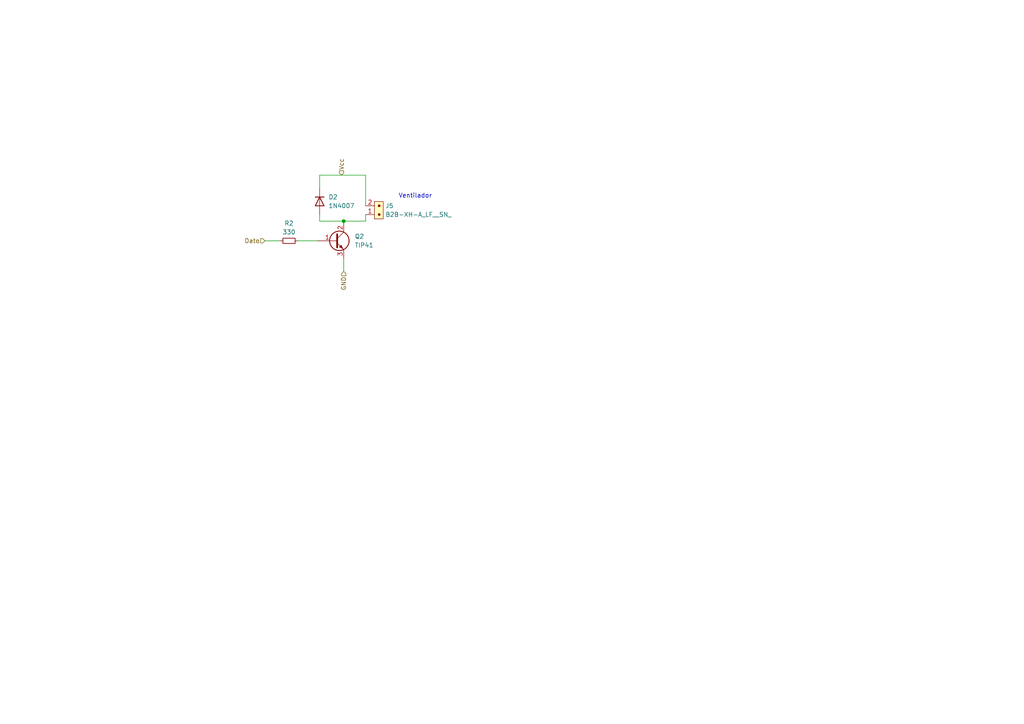
<source format=kicad_sch>
(kicad_sch (version 20230121) (generator eeschema)
  (paper "A4")
  (lib_symbols
    (symbol "Device:R_Small" (pin_numbers hide) (pin_names (offset 0.254) hide)
      (property "Reference" "R" (at 0.762 0.508 0))
      (property "Value" "R_Small" (at 0.762 -1.016 0))
      (symbol "R_Small_0_1"
        (rectangle (start -0.762 1.778) (end 0.762 -1.778) (stroke (width 0.2032)))
      )
      (symbol "R_Small_1_1"
        (pin passive line (at 0 2.54 270) (length 0.762) (name "~") (number "1"))
        (pin passive line (at 0 -2.54 90) (length 0.762) (name "~") (number "2"))
      )
    )
    (symbol "Diode:1N4007" (pin_numbers hide) (pin_names hide)
      (property "Reference" "D" (at 0 2.54 0))
      (property "Value" "1N4007" (at 0 -2.54 0))
      (symbol "1N4007_0_1"
        (polyline (pts (xy -1.27 1.27) (xy -1.27 -1.27)) (stroke (width 0.254)))
        (polyline (pts (xy 1.27 0) (xy -1.27 0)))
        (polyline (pts (xy 1.27 1.27) (xy 1.27 -1.27) (xy -1.27 0) (xy 1.27 1.27)) (stroke (width 0.254)))
      )
      (symbol "1N4007_1_1"
        (pin passive line (at -3.81 0 0) (length 2.54) (name "K") (number "1"))
        (pin passive line (at 3.81 0 180) (length 2.54) (name "A") (number "2"))
      )
    )
    (symbol "Transistor_BJT:TIP41" (pin_names (offset 0) hide)
      (property "Reference" "Q" (at 6.35 1.905 0))
      (property "Value" "TIP41" (at 6.35 0 0))
      (symbol "TIP41_0_1"
        (polyline (pts (xy 0.635 0.635) (xy 2.54 2.54)))
        (polyline (pts (xy 0.635 -0.635) (xy 2.54 -2.54) (xy 2.54 -2.54)))
        (polyline (pts (xy 0.635 1.905) (xy 0.635 -1.905) (xy 0.635 -1.905)) (stroke (width 0.508)))
        (polyline (pts (xy 1.27 -1.778) (xy 1.778 -1.27) (xy 2.286 -2.286) (xy 1.27 -1.778) (xy 1.27 -1.778)) (fill (type outline)))
        (circle (center 1.27 0) (radius 2.8194) (stroke (width 0.254)))
      )
      (symbol "TIP41_1_1"
        (pin input line (at -5.08 0 0) (length 5.715) (name "B") (number "1"))
        (pin passive line (at 2.54 5.08 270) (length 2.54) (name "C") (number "2"))
        (pin passive line (at 2.54 -5.08 90) (length 2.54) (name "E") (number "3"))
      )
    )
    (symbol "dk_Rectangular-Connectors-Headers-Male-Pins:B2B-XH-A_LF__SN_" (pin_names (offset 1.016))
      (property "Reference" "J" (at -2.54 -1.27 0))
      (property "Value" "B2B-XH-A_LF__SN_" (at 1.27 -3.81 0))
      (symbol "B2B-XH-A_LF__SN__1_1"
        (rectangle (start -1.27 0) (end 3.81 -2.54) (fill (type background)))
        (rectangle (start -0.254 -1.143) (end 0.254 -1.651) (fill (type outline)))
        (rectangle (start 2.286 -1.143) (end 2.794 -1.651) (fill (type outline)))
        (pin passive line (at 0 2.54 270) (length 2.54) (name "~") (number "1"))
        (pin passive line (at 2.54 2.54 270) (length 2.54) (name "~") (number "2"))
      )
    )
  )
  (junction (at 99.695 64.135))
  (wire (pts (xy 99.695 64.77) (xy 99.695 64.135)))
  (wire (pts (xy 92.71 64.135) (xy 99.695 64.135)))
  (wire (pts (xy 106.045 62.23) (xy 106.045 64.135)))
  (wire (pts (xy 86.36 69.85) (xy 92.075 69.85)))
  (wire (pts (xy 76.835 69.85) (xy 81.28 69.85)))
  (wire (pts (xy 99.695 74.93) (xy 99.695 78.74)))
  (wire (pts (xy 92.71 64.135) (xy 92.71 62.23)))
  (wire (pts (xy 92.71 50.8) (xy 92.71 54.61)))
  (wire (pts (xy 99.695 64.135) (xy 106.045 64.135)))
  (wire (pts (xy 92.71 50.8) (xy 106.045 50.8)))
  (wire (pts (xy 106.045 59.69) (xy 106.045 50.8)))
  (text "Ventilador\n\n" (at 115.57 59.69 0) (effects (font (size 1.27 1.27)) (justify left bottom)))
  (hierarchical_label "GND" (shape input) (at 99.695 78.74 270))
  (hierarchical_label "Vcc" (shape input) (at 99.06 50.8 90))
  (hierarchical_label "Dato" (shape input) (at 76.835 69.85 180))
  (symbol (lib_id "Transistor_BJT:TIP41") (at 97.155 69.85 0) (unit 1)
    (property "Reference" "Q2" (at 102.87 68.58 0) (effects (justify left)))
    (property "Value" "TIP41" (at 102.87 71.12 0) (effects (justify left)))
    (property "Footprint" "Package_TO_SOT_THT:TO-220-3_Vertical" (effects hide))
    (property "Datasheet" "https://www.centralsemi.com/get_document.php?cmp=1&mergetype=pd&mergepath=pd&pdf_id=tip41.PDF" (effects hide))
    (instances (project "Circuito_Expotec" (path "" (reference "Q2") (unit 1)) (path "" (reference "Q1") (unit 1))))
  )
  (symbol (lib_id "dk_Rectangular-Connectors-Headers-Male-Pins:B2B-XH-A_LF__SN_") (at 108.585 62.23 90) (unit 1)
    (property "Reference" "J5" (at 111.76 59.69 90) (effects (justify right)))
    (property "Value" "B2B-XH-A_LF__SN_" (at 111.76 62.23 90) (effects (justify right)))
    (property "Footprint" "digikey-footprints:PinHeader_1x2_P2.5mm_Drill1.1mm" (effects hide))
    (property "Datasheet" "http://www.jst-mfg.com/product/pdf/eng/eXH.pdf" (effects hide))
    (property "Digi-Key_PN" "455-2247-ND" (effects hide))
    (property "MPN" "B2B-XH-A(LF)(SN)" (effects hide))
    (property "Category" "Connectors, Interconnects" (effects hide))
    (property "Family" "Rectangular Connectors - Headers, Male Pins" (effects hide))
    (property "DK_Datasheet_Link" "http://www.jst-mfg.com/product/pdf/eng/eXH.pdf" (effects hide))
    (property "DK_Detail_Page" "/product-detail/en/jst-sales-america-inc/B2B-XH-A(LF)(SN)/455-2247-ND/1651045" (effects hide))
    (property "Description" "CONN HEADER VERT 2POS 2.5MM" (effects hide))
    (property "Manufacturer" "JST Sales America Inc." (effects hide))
    (property "Status" "Active" (effects hide))
    (instances (project "Circuito_Expotec" (path "" (reference "J5") (unit 1)) (path "" (reference "J3") (unit 1))))
  )
  (symbol (lib_id "Diode:1N4007") (at 92.71 58.42 270) (unit 1)
    (property "Reference" "D2" (at 95.25 57.15 90) (effects (justify left)))
    (property "Value" "1N4007" (at 95.25 59.69 90) (effects (justify left)))
    (property "Footprint" "Diode_THT:D_DO-41_SOD81_P10.16mm_Horizontal" (effects hide))
    (property "Datasheet" "http://www.vishay.com/docs/88503/1n4001.pdf" (effects hide))
    (property "Sim.Device" "D" (effects hide))
    (property "Sim.Pins" "1=K 2=A" (effects hide))
    (instances (project "Circuito_Expotec" (path "" (reference "D2") (unit 1)) (path "" (reference "D1") (unit 1))))
  )
  (symbol (lib_id "Device:R_Small") (at 83.82 69.85 90) (unit 1)
    (property "Reference" "R2" (at 83.82 64.77 90))
    (property "Value" "330" (at 83.82 67.31 90))
    (property "Footprint" "Resistor_SMD:R_1206_3216Metric" (effects hide))
    (instances (project "Circuito_Expotec" (path "" (reference "R2") (unit 1)) (path "" (reference "R1") (unit 1))))
  )
)
</source>
